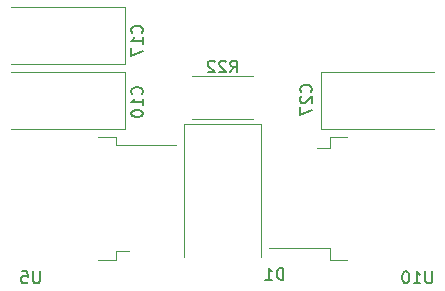
<source format=gbr>
G04 #@! TF.FileFunction,Legend,Bot*
%FSLAX46Y46*%
G04 Gerber Fmt 4.6, Leading zero omitted, Abs format (unit mm)*
G04 Created by KiCad (PCBNEW 4.0.3-stable) date 08/09/18 16:35:35*
%MOMM*%
%LPD*%
G01*
G04 APERTURE LIST*
%ADD10C,0.100000*%
%ADD11C,0.120000*%
%ADD12C,0.150000*%
G04 APERTURE END LIST*
D10*
D11*
X163050000Y-132450000D02*
X161550000Y-132450000D01*
X161550000Y-132450000D02*
X161550000Y-131500000D01*
X161550000Y-131500000D02*
X156425000Y-131500000D01*
X163050000Y-122050000D02*
X161550000Y-122050000D01*
X161550000Y-122050000D02*
X161550000Y-123000000D01*
X161550000Y-123000000D02*
X160450000Y-123000000D01*
X141950000Y-122050000D02*
X143450000Y-122050000D01*
X143450000Y-122050000D02*
X143450000Y-122740000D01*
X143450000Y-122740000D02*
X148575000Y-122740000D01*
X141950000Y-132450000D02*
X143450000Y-132450000D01*
X143450000Y-132450000D02*
X143450000Y-131760000D01*
X143450000Y-131760000D02*
X144550000Y-131760000D01*
X144200000Y-116600000D02*
X134600000Y-116600000D01*
X144200000Y-121400000D02*
X134600000Y-121400000D01*
X144200000Y-116600000D02*
X144200000Y-121400000D01*
X144200000Y-111100000D02*
X134600000Y-111100000D01*
X144200000Y-115900000D02*
X134600000Y-115900000D01*
X144200000Y-111100000D02*
X144200000Y-115900000D01*
X160800000Y-121400000D02*
X170400000Y-121400000D01*
X160800000Y-116600000D02*
X170400000Y-116600000D01*
X160800000Y-121400000D02*
X160800000Y-116600000D01*
X149900000Y-120570000D02*
X155100000Y-120570000D01*
X155100000Y-116930000D02*
X149900000Y-116930000D01*
X155750000Y-121000000D02*
X149250000Y-121000000D01*
X155750000Y-121000000D02*
X155750000Y-132200000D01*
X149250000Y-121000000D02*
X149250000Y-132200000D01*
D12*
X170238095Y-133452381D02*
X170238095Y-134261905D01*
X170190476Y-134357143D01*
X170142857Y-134404762D01*
X170047619Y-134452381D01*
X169857142Y-134452381D01*
X169761904Y-134404762D01*
X169714285Y-134357143D01*
X169666666Y-134261905D01*
X169666666Y-133452381D01*
X168666666Y-134452381D02*
X169238095Y-134452381D01*
X168952381Y-134452381D02*
X168952381Y-133452381D01*
X169047619Y-133595238D01*
X169142857Y-133690476D01*
X169238095Y-133738095D01*
X168047619Y-133452381D02*
X167952380Y-133452381D01*
X167857142Y-133500000D01*
X167809523Y-133547619D01*
X167761904Y-133642857D01*
X167714285Y-133833333D01*
X167714285Y-134071429D01*
X167761904Y-134261905D01*
X167809523Y-134357143D01*
X167857142Y-134404762D01*
X167952380Y-134452381D01*
X168047619Y-134452381D01*
X168142857Y-134404762D01*
X168190476Y-134357143D01*
X168238095Y-134261905D01*
X168285714Y-134071429D01*
X168285714Y-133833333D01*
X168238095Y-133642857D01*
X168190476Y-133547619D01*
X168142857Y-133500000D01*
X168047619Y-133452381D01*
X137011905Y-133452381D02*
X137011905Y-134261905D01*
X136964286Y-134357143D01*
X136916667Y-134404762D01*
X136821429Y-134452381D01*
X136630952Y-134452381D01*
X136535714Y-134404762D01*
X136488095Y-134357143D01*
X136440476Y-134261905D01*
X136440476Y-133452381D01*
X135488095Y-133452381D02*
X135964286Y-133452381D01*
X136011905Y-133928571D01*
X135964286Y-133880952D01*
X135869048Y-133833333D01*
X135630952Y-133833333D01*
X135535714Y-133880952D01*
X135488095Y-133928571D01*
X135440476Y-134023810D01*
X135440476Y-134261905D01*
X135488095Y-134357143D01*
X135535714Y-134404762D01*
X135630952Y-134452381D01*
X135869048Y-134452381D01*
X135964286Y-134404762D01*
X136011905Y-134357143D01*
X145657143Y-118457143D02*
X145704762Y-118409524D01*
X145752381Y-118266667D01*
X145752381Y-118171429D01*
X145704762Y-118028571D01*
X145609524Y-117933333D01*
X145514286Y-117885714D01*
X145323810Y-117838095D01*
X145180952Y-117838095D01*
X144990476Y-117885714D01*
X144895238Y-117933333D01*
X144800000Y-118028571D01*
X144752381Y-118171429D01*
X144752381Y-118266667D01*
X144800000Y-118409524D01*
X144847619Y-118457143D01*
X145752381Y-119409524D02*
X145752381Y-118838095D01*
X145752381Y-119123809D02*
X144752381Y-119123809D01*
X144895238Y-119028571D01*
X144990476Y-118933333D01*
X145038095Y-118838095D01*
X144752381Y-120028571D02*
X144752381Y-120123810D01*
X144800000Y-120219048D01*
X144847619Y-120266667D01*
X144942857Y-120314286D01*
X145133333Y-120361905D01*
X145371429Y-120361905D01*
X145561905Y-120314286D01*
X145657143Y-120266667D01*
X145704762Y-120219048D01*
X145752381Y-120123810D01*
X145752381Y-120028571D01*
X145704762Y-119933333D01*
X145657143Y-119885714D01*
X145561905Y-119838095D01*
X145371429Y-119790476D01*
X145133333Y-119790476D01*
X144942857Y-119838095D01*
X144847619Y-119885714D01*
X144800000Y-119933333D01*
X144752381Y-120028571D01*
X145657143Y-113257143D02*
X145704762Y-113209524D01*
X145752381Y-113066667D01*
X145752381Y-112971429D01*
X145704762Y-112828571D01*
X145609524Y-112733333D01*
X145514286Y-112685714D01*
X145323810Y-112638095D01*
X145180952Y-112638095D01*
X144990476Y-112685714D01*
X144895238Y-112733333D01*
X144800000Y-112828571D01*
X144752381Y-112971429D01*
X144752381Y-113066667D01*
X144800000Y-113209524D01*
X144847619Y-113257143D01*
X145752381Y-114209524D02*
X145752381Y-113638095D01*
X145752381Y-113923809D02*
X144752381Y-113923809D01*
X144895238Y-113828571D01*
X144990476Y-113733333D01*
X145038095Y-113638095D01*
X144752381Y-114542857D02*
X144752381Y-115209524D01*
X145752381Y-114780952D01*
X159957143Y-118257143D02*
X160004762Y-118209524D01*
X160052381Y-118066667D01*
X160052381Y-117971429D01*
X160004762Y-117828571D01*
X159909524Y-117733333D01*
X159814286Y-117685714D01*
X159623810Y-117638095D01*
X159480952Y-117638095D01*
X159290476Y-117685714D01*
X159195238Y-117733333D01*
X159100000Y-117828571D01*
X159052381Y-117971429D01*
X159052381Y-118066667D01*
X159100000Y-118209524D01*
X159147619Y-118257143D01*
X159147619Y-118638095D02*
X159100000Y-118685714D01*
X159052381Y-118780952D01*
X159052381Y-119019048D01*
X159100000Y-119114286D01*
X159147619Y-119161905D01*
X159242857Y-119209524D01*
X159338095Y-119209524D01*
X159480952Y-119161905D01*
X160052381Y-118590476D01*
X160052381Y-119209524D01*
X159052381Y-119542857D02*
X159052381Y-120209524D01*
X160052381Y-119780952D01*
X153142857Y-116602381D02*
X153476191Y-116126190D01*
X153714286Y-116602381D02*
X153714286Y-115602381D01*
X153333333Y-115602381D01*
X153238095Y-115650000D01*
X153190476Y-115697619D01*
X153142857Y-115792857D01*
X153142857Y-115935714D01*
X153190476Y-116030952D01*
X153238095Y-116078571D01*
X153333333Y-116126190D01*
X153714286Y-116126190D01*
X152761905Y-115697619D02*
X152714286Y-115650000D01*
X152619048Y-115602381D01*
X152380952Y-115602381D01*
X152285714Y-115650000D01*
X152238095Y-115697619D01*
X152190476Y-115792857D01*
X152190476Y-115888095D01*
X152238095Y-116030952D01*
X152809524Y-116602381D01*
X152190476Y-116602381D01*
X151809524Y-115697619D02*
X151761905Y-115650000D01*
X151666667Y-115602381D01*
X151428571Y-115602381D01*
X151333333Y-115650000D01*
X151285714Y-115697619D01*
X151238095Y-115792857D01*
X151238095Y-115888095D01*
X151285714Y-116030952D01*
X151857143Y-116602381D01*
X151238095Y-116602381D01*
X157638095Y-134152381D02*
X157638095Y-133152381D01*
X157400000Y-133152381D01*
X157257142Y-133200000D01*
X157161904Y-133295238D01*
X157114285Y-133390476D01*
X157066666Y-133580952D01*
X157066666Y-133723810D01*
X157114285Y-133914286D01*
X157161904Y-134009524D01*
X157257142Y-134104762D01*
X157400000Y-134152381D01*
X157638095Y-134152381D01*
X156114285Y-134152381D02*
X156685714Y-134152381D01*
X156400000Y-134152381D02*
X156400000Y-133152381D01*
X156495238Y-133295238D01*
X156590476Y-133390476D01*
X156685714Y-133438095D01*
M02*

</source>
